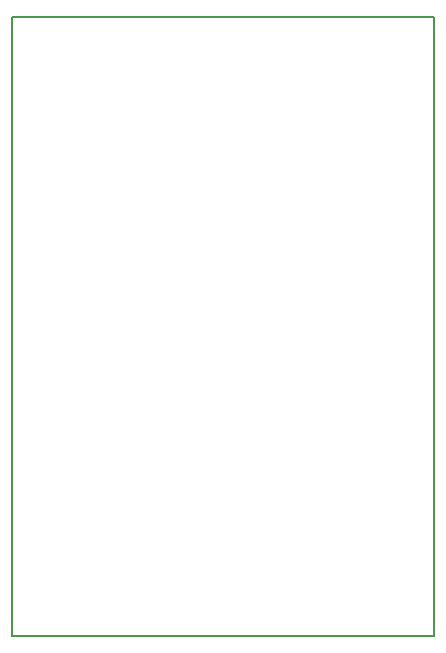
<source format=gbo>
G04 MADE WITH FRITZING*
G04 WWW.FRITZING.ORG*
G04 DOUBLE SIDED*
G04 HOLES PLATED*
G04 CONTOUR ON CENTER OF CONTOUR VECTOR*
%ASAXBY*%
%FSLAX23Y23*%
%MOIN*%
%OFA0B0*%
%SFA1.0B1.0*%
%ADD10R,1.415760X2.072850X1.399760X2.056850*%
%ADD11C,0.008000*%
%LNSILK0*%
G90*
G70*
G54D11*
X4Y2069D02*
X1412Y2069D01*
X1412Y4D01*
X4Y4D01*
X4Y2069D01*
D02*
G04 End of Silk0*
M02*
</source>
